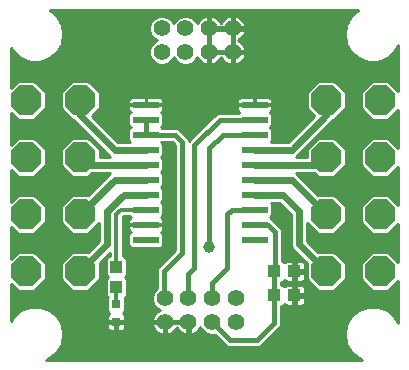
<source format=gtl>
G75*
%MOIN*%
%OFA0B0*%
%FSLAX25Y25*%
%IPPOS*%
%LPD*%
%AMOC8*
5,1,8,0,0,1.08239X$1,22.5*
%
%ADD10R,0.08661X0.02362*%
%ADD11R,0.04331X0.03937*%
%ADD12OC8,0.10000*%
%ADD13R,0.03150X0.03150*%
%ADD14R,0.03937X0.04331*%
%ADD15C,0.05543*%
%ADD16C,0.01000*%
%ADD17C,0.03600*%
%ADD18C,0.01600*%
%ADD19C,0.03962*%
%ADD20C,0.02400*%
%ADD21C,0.01200*%
D10*
X0049140Y0043750D03*
X0049140Y0048750D03*
X0049140Y0053750D03*
X0049140Y0058750D03*
X0049140Y0063750D03*
X0049140Y0068750D03*
X0049140Y0073750D03*
X0049140Y0078750D03*
X0049140Y0083750D03*
X0049140Y0088750D03*
X0085360Y0088750D03*
X0085360Y0083750D03*
X0085360Y0078750D03*
X0085360Y0073750D03*
X0085360Y0068750D03*
X0085360Y0063750D03*
X0085360Y0058750D03*
X0085360Y0053750D03*
X0085360Y0048750D03*
X0085360Y0043750D03*
D11*
X0091904Y0033250D03*
X0098596Y0033250D03*
X0098596Y0025250D03*
X0091904Y0025250D03*
D12*
X0109250Y0033250D03*
X0127250Y0033250D03*
X0127250Y0052250D03*
X0109250Y0052250D03*
X0109250Y0071250D03*
X0127250Y0071250D03*
X0127250Y0090250D03*
X0109250Y0090250D03*
X0027250Y0090250D03*
X0009250Y0090250D03*
X0009250Y0071250D03*
X0027250Y0071250D03*
X0027250Y0052250D03*
X0009250Y0052250D03*
X0009250Y0033250D03*
X0027250Y0033250D03*
D13*
X0039250Y0022203D03*
X0039250Y0016297D03*
D14*
X0039250Y0027904D03*
X0039250Y0034596D03*
D15*
X0055439Y0024187D03*
X0063313Y0024187D03*
X0071187Y0024187D03*
X0071187Y0016313D03*
X0063313Y0016313D03*
X0055439Y0016313D03*
X0079061Y0016313D03*
X0079061Y0024187D03*
X0078061Y0106313D03*
X0070187Y0106313D03*
X0070187Y0114187D03*
X0078061Y0114187D03*
X0062313Y0114187D03*
X0062313Y0106313D03*
X0054439Y0106313D03*
X0054439Y0114187D03*
D16*
X0016921Y0004160D02*
X0015795Y0003750D01*
X0121205Y0003750D01*
X0120079Y0004160D01*
X0120079Y0004160D01*
X0117594Y0006245D01*
X0117594Y0006245D01*
X0115971Y0009055D01*
X0115971Y0009055D01*
X0115408Y0012250D01*
X0115408Y0012250D01*
X0115971Y0015445D01*
X0115971Y0015445D01*
X0117594Y0018255D01*
X0117594Y0018255D01*
X0120079Y0020340D01*
X0120079Y0020340D01*
X0123128Y0021450D01*
X0126372Y0021450D01*
X0129421Y0020340D01*
X0129421Y0020340D01*
X0131906Y0018255D01*
X0131906Y0018255D01*
X0133250Y0015928D01*
X0133250Y0030058D01*
X0129942Y0026750D01*
X0124558Y0026750D01*
X0120750Y0030558D01*
X0120750Y0035942D01*
X0124558Y0039750D01*
X0129942Y0039750D01*
X0133250Y0036442D01*
X0133250Y0049058D01*
X0129942Y0045750D01*
X0124558Y0045750D01*
X0120750Y0049558D01*
X0120750Y0054942D01*
X0124558Y0058750D01*
X0129942Y0058750D01*
X0133250Y0055442D01*
X0133250Y0068058D01*
X0129942Y0064750D01*
X0124558Y0064750D01*
X0120750Y0068558D01*
X0120750Y0073942D01*
X0124558Y0077750D01*
X0129942Y0077750D01*
X0133250Y0074442D01*
X0133250Y0087058D01*
X0129942Y0083750D01*
X0124558Y0083750D01*
X0120750Y0087558D01*
X0120750Y0092942D01*
X0124558Y0096750D01*
X0129942Y0096750D01*
X0133250Y0093442D01*
X0133250Y0108572D01*
X0131906Y0106245D01*
X0131906Y0106245D01*
X0129421Y0104160D01*
X0129421Y0104160D01*
X0126372Y0103050D01*
X0125537Y0103050D01*
X0123128Y0103050D01*
X0120079Y0104160D01*
X0120079Y0104160D01*
X0117594Y0106245D01*
X0117594Y0106245D01*
X0115971Y0109055D01*
X0115971Y0109055D01*
X0115408Y0112250D01*
X0115408Y0112250D01*
X0115971Y0115445D01*
X0115971Y0115445D01*
X0117594Y0118255D01*
X0117594Y0118255D01*
X0119971Y0120250D01*
X0017029Y0120250D01*
X0019406Y0118255D01*
X0019406Y0118255D01*
X0021029Y0115445D01*
X0021029Y0115445D01*
X0021592Y0112250D01*
X0021592Y0112250D01*
X0021029Y0109055D01*
X0021029Y0109055D01*
X0019406Y0106245D01*
X0019406Y0106245D01*
X0016921Y0104160D01*
X0016921Y0104160D01*
X0013872Y0103050D01*
X0010628Y0103050D01*
X0007579Y0104160D01*
X0007579Y0104160D01*
X0005094Y0106245D01*
X0004250Y0107706D01*
X0004250Y0094442D01*
X0006558Y0096750D01*
X0011942Y0096750D01*
X0015750Y0092942D01*
X0015750Y0087558D01*
X0011942Y0083750D01*
X0006558Y0083750D01*
X0004250Y0086058D01*
X0004250Y0075442D01*
X0006558Y0077750D01*
X0011942Y0077750D01*
X0015750Y0073942D01*
X0015750Y0068558D01*
X0011942Y0064750D01*
X0006558Y0064750D01*
X0004250Y0067058D01*
X0004250Y0056442D01*
X0006558Y0058750D01*
X0011942Y0058750D01*
X0015750Y0054942D01*
X0015750Y0049558D01*
X0011942Y0045750D01*
X0006558Y0045750D01*
X0004250Y0048058D01*
X0004250Y0037442D01*
X0006558Y0039750D01*
X0011942Y0039750D01*
X0015750Y0035942D01*
X0015750Y0030558D01*
X0011942Y0026750D01*
X0006558Y0026750D01*
X0004250Y0029058D01*
X0004250Y0016794D01*
X0005094Y0018255D01*
X0005094Y0018255D01*
X0007579Y0020340D01*
X0007579Y0020340D01*
X0010628Y0021450D01*
X0013872Y0021450D01*
X0016921Y0020340D01*
X0016921Y0020340D01*
X0019406Y0018255D01*
X0019406Y0018255D01*
X0021029Y0015445D01*
X0021029Y0015445D01*
X0021592Y0012250D01*
X0021592Y0012250D01*
X0021029Y0009055D01*
X0021029Y0009055D01*
X0019406Y0006245D01*
X0019406Y0006245D01*
X0016921Y0004160D01*
X0016921Y0004160D01*
X0017023Y0004246D02*
X0119977Y0004246D01*
X0118787Y0005244D02*
X0018213Y0005244D01*
X0019403Y0006243D02*
X0117597Y0006243D01*
X0117019Y0007241D02*
X0019981Y0007241D01*
X0019406Y0006245D02*
X0019406Y0006245D01*
X0020558Y0008240D02*
X0076008Y0008240D01*
X0076297Y0007950D02*
X0087203Y0007950D01*
X0088550Y0009297D01*
X0088550Y0009297D01*
X0092856Y0013604D01*
X0092856Y0013604D01*
X0094204Y0014951D01*
X0094204Y0021781D01*
X0094690Y0021781D01*
X0095250Y0022341D01*
X0095510Y0022081D01*
X0095852Y0021884D01*
X0096234Y0021781D01*
X0098112Y0021781D01*
X0098112Y0024766D01*
X0099081Y0024766D01*
X0099081Y0025734D01*
X0102262Y0025734D01*
X0102262Y0027416D01*
X0102160Y0027797D01*
X0101962Y0028140D01*
X0101683Y0028419D01*
X0101341Y0028616D01*
X0100959Y0028718D01*
X0099081Y0028718D01*
X0099081Y0025734D01*
X0098112Y0025734D01*
X0098112Y0028718D01*
X0096234Y0028718D01*
X0095852Y0028616D01*
X0095510Y0028419D01*
X0095250Y0028159D01*
X0094690Y0028718D01*
X0094204Y0028718D01*
X0094204Y0029781D01*
X0094690Y0029781D01*
X0095250Y0030341D01*
X0095510Y0030081D01*
X0095852Y0029884D01*
X0096234Y0029781D01*
X0098112Y0029781D01*
X0098112Y0032766D01*
X0099081Y0032766D01*
X0099081Y0033734D01*
X0102262Y0033734D01*
X0102262Y0035416D01*
X0102160Y0035797D01*
X0101962Y0036140D01*
X0101683Y0036419D01*
X0101341Y0036616D01*
X0100959Y0036718D01*
X0099081Y0036718D01*
X0099081Y0033734D01*
X0098112Y0033734D01*
X0098112Y0036718D01*
X0096234Y0036718D01*
X0095852Y0036616D01*
X0095510Y0036419D01*
X0095250Y0036159D01*
X0094690Y0036718D01*
X0094550Y0036718D01*
X0094550Y0047203D01*
X0093203Y0048550D01*
X0090703Y0051050D01*
X0090693Y0051050D01*
X0090493Y0051250D01*
X0091191Y0051948D01*
X0091191Y0055552D01*
X0090693Y0056050D01*
X0093632Y0056050D01*
X0097550Y0052132D01*
X0097550Y0041713D01*
X0097961Y0040721D01*
X0102750Y0035932D01*
X0102750Y0030558D01*
X0106558Y0026750D01*
X0111942Y0026750D01*
X0115750Y0030558D01*
X0115750Y0035942D01*
X0111942Y0039750D01*
X0106568Y0039750D01*
X0102950Y0043368D01*
X0102950Y0049358D01*
X0106558Y0045750D01*
X0111942Y0045750D01*
X0115750Y0049558D01*
X0115750Y0054942D01*
X0111942Y0058750D01*
X0106568Y0058750D01*
X0099279Y0066039D01*
X0099253Y0066050D01*
X0105258Y0066050D01*
X0106558Y0064750D01*
X0111942Y0064750D01*
X0115750Y0068558D01*
X0115750Y0073942D01*
X0111942Y0077750D01*
X0106558Y0077750D01*
X0102750Y0073942D01*
X0102750Y0071450D01*
X0099253Y0071450D01*
X0099279Y0071461D01*
X0110779Y0082961D01*
X0111539Y0083721D01*
X0111551Y0083750D01*
X0111942Y0083750D01*
X0115750Y0087558D01*
X0115750Y0092942D01*
X0111942Y0096750D01*
X0106558Y0096750D01*
X0102750Y0092942D01*
X0102750Y0087558D01*
X0105245Y0085063D01*
X0096632Y0076450D01*
X0090693Y0076450D01*
X0091191Y0076948D01*
X0091191Y0080552D01*
X0090493Y0081250D01*
X0091191Y0081948D01*
X0091191Y0085552D01*
X0090462Y0086282D01*
X0090612Y0086369D01*
X0090891Y0086648D01*
X0091089Y0086990D01*
X0091191Y0087371D01*
X0091191Y0088659D01*
X0085451Y0088659D01*
X0085451Y0088841D01*
X0085270Y0088841D01*
X0085270Y0091431D01*
X0080832Y0091431D01*
X0080451Y0091329D01*
X0080109Y0091131D01*
X0079829Y0090852D01*
X0079632Y0090510D01*
X0079530Y0090129D01*
X0079530Y0088841D01*
X0085270Y0088841D01*
X0085270Y0088659D01*
X0079530Y0088659D01*
X0079530Y0087371D01*
X0079632Y0086990D01*
X0079829Y0086648D01*
X0080109Y0086369D01*
X0080259Y0086282D01*
X0080027Y0086050D01*
X0072797Y0086050D01*
X0064297Y0077550D01*
X0063550Y0076803D01*
X0063550Y0077203D01*
X0062203Y0078550D01*
X0061050Y0079703D01*
X0059703Y0081050D01*
X0054473Y0081050D01*
X0054273Y0081250D01*
X0054970Y0081948D01*
X0054970Y0085552D01*
X0054241Y0086282D01*
X0054391Y0086369D01*
X0054671Y0086648D01*
X0054868Y0086990D01*
X0054970Y0087371D01*
X0054970Y0088659D01*
X0049230Y0088659D01*
X0049230Y0088841D01*
X0049049Y0088841D01*
X0049049Y0091431D01*
X0044612Y0091431D01*
X0044230Y0091329D01*
X0043888Y0091131D01*
X0043609Y0090852D01*
X0043411Y0090510D01*
X0043309Y0090129D01*
X0043309Y0088841D01*
X0049049Y0088841D01*
X0049049Y0088659D01*
X0043309Y0088659D01*
X0043309Y0087371D01*
X0043411Y0086990D01*
X0043609Y0086648D01*
X0043888Y0086369D01*
X0044038Y0086282D01*
X0043309Y0085552D01*
X0043309Y0081948D01*
X0044007Y0081250D01*
X0043309Y0080552D01*
X0043309Y0076948D01*
X0043807Y0076450D01*
X0039868Y0076450D01*
X0031255Y0085063D01*
X0033750Y0087558D01*
X0033750Y0092942D01*
X0029942Y0096750D01*
X0024558Y0096750D01*
X0020750Y0092942D01*
X0020750Y0087558D01*
X0024558Y0083750D01*
X0024949Y0083750D01*
X0024961Y0083721D01*
X0037221Y0071461D01*
X0037247Y0071450D01*
X0033750Y0071450D01*
X0033750Y0073942D01*
X0029942Y0077750D01*
X0024558Y0077750D01*
X0020750Y0073942D01*
X0020750Y0068558D01*
X0024558Y0064750D01*
X0029942Y0064750D01*
X0031242Y0066050D01*
X0037247Y0066050D01*
X0037221Y0066039D01*
X0029932Y0058750D01*
X0024558Y0058750D01*
X0020750Y0054942D01*
X0020750Y0049558D01*
X0024558Y0045750D01*
X0029942Y0045750D01*
X0033550Y0049358D01*
X0033550Y0043368D01*
X0029932Y0039750D01*
X0024558Y0039750D01*
X0020750Y0035942D01*
X0020750Y0030558D01*
X0024558Y0026750D01*
X0029942Y0026750D01*
X0033750Y0030558D01*
X0033750Y0035932D01*
X0037150Y0039332D01*
X0037150Y0038262D01*
X0036660Y0038262D01*
X0035781Y0037383D01*
X0035781Y0031810D01*
X0036341Y0031250D01*
X0035781Y0030690D01*
X0035781Y0025117D01*
X0036337Y0024561D01*
X0036175Y0024399D01*
X0036175Y0020007D01*
X0036979Y0019202D01*
X0036754Y0019072D01*
X0036475Y0018793D01*
X0036277Y0018451D01*
X0036175Y0018070D01*
X0036175Y0016585D01*
X0038963Y0016585D01*
X0038963Y0016010D01*
X0039537Y0016010D01*
X0039537Y0013222D01*
X0041022Y0013222D01*
X0041404Y0013325D01*
X0041746Y0013522D01*
X0042025Y0013801D01*
X0042223Y0014143D01*
X0042325Y0014525D01*
X0042325Y0016010D01*
X0039537Y0016010D01*
X0039537Y0016585D01*
X0042325Y0016585D01*
X0042325Y0018070D01*
X0042223Y0018451D01*
X0042025Y0018793D01*
X0041746Y0019072D01*
X0041521Y0019202D01*
X0042325Y0020007D01*
X0042325Y0024399D01*
X0042163Y0024561D01*
X0042718Y0025117D01*
X0042718Y0030690D01*
X0042159Y0031250D01*
X0042718Y0031810D01*
X0042718Y0037383D01*
X0041840Y0038262D01*
X0041350Y0038262D01*
X0041350Y0051380D01*
X0041620Y0051650D01*
X0043607Y0051650D01*
X0044038Y0051218D01*
X0043888Y0051131D01*
X0043609Y0050852D01*
X0043411Y0050510D01*
X0043309Y0050129D01*
X0043309Y0048841D01*
X0049049Y0048841D01*
X0049049Y0048659D01*
X0043309Y0048659D01*
X0043309Y0047371D01*
X0043411Y0046990D01*
X0043609Y0046648D01*
X0043888Y0046369D01*
X0044038Y0046282D01*
X0043309Y0045552D01*
X0043309Y0041948D01*
X0044188Y0041069D01*
X0054092Y0041069D01*
X0054970Y0041948D01*
X0054970Y0045552D01*
X0054241Y0046282D01*
X0054391Y0046369D01*
X0054671Y0046648D01*
X0054868Y0046990D01*
X0054970Y0047371D01*
X0054970Y0048659D01*
X0049230Y0048659D01*
X0049230Y0048841D01*
X0054970Y0048841D01*
X0054970Y0050129D01*
X0054868Y0050510D01*
X0054671Y0050852D01*
X0054391Y0051131D01*
X0054241Y0051218D01*
X0054970Y0051948D01*
X0054970Y0055552D01*
X0054273Y0056250D01*
X0054970Y0056948D01*
X0054970Y0060552D01*
X0054273Y0061250D01*
X0054970Y0061948D01*
X0054970Y0065552D01*
X0054273Y0066250D01*
X0054970Y0066948D01*
X0054970Y0070552D01*
X0054273Y0071250D01*
X0054970Y0071948D01*
X0054970Y0075552D01*
X0054273Y0076250D01*
X0054473Y0076450D01*
X0057797Y0076450D01*
X0058950Y0075297D01*
X0058950Y0040203D01*
X0054297Y0035550D01*
X0052950Y0034203D01*
X0052950Y0027739D01*
X0051818Y0026607D01*
X0051167Y0025037D01*
X0051167Y0023337D01*
X0051818Y0021767D01*
X0053019Y0020566D01*
X0053768Y0020256D01*
X0053200Y0019966D01*
X0052656Y0019571D01*
X0052181Y0019096D01*
X0051786Y0018552D01*
X0051480Y0017953D01*
X0051273Y0017313D01*
X0051175Y0016699D01*
X0055053Y0016699D01*
X0055053Y0015927D01*
X0055825Y0015927D01*
X0055825Y0016699D01*
X0062927Y0016699D01*
X0062927Y0015927D01*
X0063699Y0015927D01*
X0063699Y0012049D01*
X0064313Y0012147D01*
X0064953Y0012354D01*
X0065552Y0012660D01*
X0066096Y0013055D01*
X0066571Y0013530D01*
X0066966Y0014074D01*
X0067256Y0014642D01*
X0067566Y0013893D01*
X0068767Y0012692D01*
X0070337Y0012041D01*
X0072037Y0012041D01*
X0072156Y0012091D01*
X0076297Y0007950D01*
X0075009Y0009238D02*
X0021061Y0009238D01*
X0021237Y0010237D02*
X0074011Y0010237D01*
X0073012Y0011235D02*
X0021413Y0011235D01*
X0021589Y0012234D02*
X0054171Y0012234D01*
X0054439Y0012147D02*
X0055053Y0012049D01*
X0055053Y0015927D01*
X0051175Y0015927D01*
X0051273Y0015313D01*
X0051480Y0014673D01*
X0051786Y0014074D01*
X0052181Y0013530D01*
X0052656Y0013055D01*
X0053200Y0012660D01*
X0053799Y0012354D01*
X0054439Y0012147D01*
X0055053Y0012234D02*
X0055825Y0012234D01*
X0055825Y0012049D02*
X0056439Y0012147D01*
X0057079Y0012354D01*
X0057678Y0012660D01*
X0058222Y0013055D01*
X0058697Y0013530D01*
X0059092Y0014074D01*
X0059376Y0014631D01*
X0059660Y0014074D01*
X0060055Y0013530D01*
X0060530Y0013055D01*
X0061074Y0012660D01*
X0061673Y0012354D01*
X0062313Y0012147D01*
X0062927Y0012049D01*
X0062927Y0015927D01*
X0059049Y0015927D01*
X0055825Y0015927D01*
X0055825Y0012049D01*
X0056707Y0012234D02*
X0062045Y0012234D01*
X0062927Y0012234D02*
X0063699Y0012234D01*
X0064581Y0012234D02*
X0069873Y0012234D01*
X0068227Y0013232D02*
X0066273Y0013232D01*
X0067046Y0014231D02*
X0067426Y0014231D01*
X0063699Y0014231D02*
X0062927Y0014231D01*
X0062927Y0015229D02*
X0063699Y0015229D01*
X0062927Y0016228D02*
X0055825Y0016228D01*
X0055053Y0016228D02*
X0039537Y0016228D01*
X0038963Y0016228D02*
X0020577Y0016228D01*
X0021067Y0015229D02*
X0036175Y0015229D01*
X0036175Y0014525D02*
X0036277Y0014143D01*
X0036475Y0013801D01*
X0036754Y0013522D01*
X0037096Y0013325D01*
X0037478Y0013222D01*
X0038963Y0013222D01*
X0038963Y0016010D01*
X0036175Y0016010D01*
X0036175Y0014525D01*
X0036254Y0014231D02*
X0021243Y0014231D01*
X0021419Y0013232D02*
X0037442Y0013232D01*
X0038963Y0013232D02*
X0039537Y0013232D01*
X0039537Y0014231D02*
X0038963Y0014231D01*
X0038963Y0015229D02*
X0039537Y0015229D01*
X0041058Y0013232D02*
X0052479Y0013232D01*
X0051706Y0014231D02*
X0042246Y0014231D01*
X0042325Y0015229D02*
X0051300Y0015229D01*
X0051259Y0017226D02*
X0042325Y0017226D01*
X0042283Y0018225D02*
X0051619Y0018225D01*
X0052308Y0019223D02*
X0041541Y0019223D01*
X0042325Y0020222D02*
X0053701Y0020222D01*
X0052365Y0021220D02*
X0042325Y0021220D01*
X0042325Y0022219D02*
X0051631Y0022219D01*
X0051217Y0023217D02*
X0042325Y0023217D01*
X0042325Y0024216D02*
X0051167Y0024216D01*
X0051241Y0025214D02*
X0042718Y0025214D01*
X0042718Y0026213D02*
X0051654Y0026213D01*
X0052422Y0027211D02*
X0042718Y0027211D01*
X0042718Y0028210D02*
X0052950Y0028210D01*
X0052950Y0029208D02*
X0042718Y0029208D01*
X0042718Y0030207D02*
X0052950Y0030207D01*
X0052950Y0031205D02*
X0042203Y0031205D01*
X0042718Y0032204D02*
X0052950Y0032204D01*
X0052950Y0033202D02*
X0042718Y0033202D01*
X0042718Y0034201D02*
X0052950Y0034201D01*
X0053947Y0035199D02*
X0042718Y0035199D01*
X0042718Y0036198D02*
X0054945Y0036198D01*
X0055944Y0037196D02*
X0042718Y0037196D01*
X0041907Y0038195D02*
X0056942Y0038195D01*
X0057941Y0039193D02*
X0041350Y0039193D01*
X0041350Y0040192D02*
X0058939Y0040192D01*
X0058950Y0041190D02*
X0054213Y0041190D01*
X0054970Y0042189D02*
X0058950Y0042189D01*
X0058950Y0043187D02*
X0054970Y0043187D01*
X0054970Y0044186D02*
X0058950Y0044186D01*
X0058950Y0045184D02*
X0054970Y0045184D01*
X0054340Y0046183D02*
X0058950Y0046183D01*
X0058950Y0047182D02*
X0054920Y0047182D01*
X0054970Y0048180D02*
X0058950Y0048180D01*
X0058950Y0049179D02*
X0054970Y0049179D01*
X0054957Y0050177D02*
X0058950Y0050177D01*
X0058950Y0051176D02*
X0054315Y0051176D01*
X0054970Y0052174D02*
X0058950Y0052174D01*
X0058950Y0053173D02*
X0054970Y0053173D01*
X0054970Y0054171D02*
X0058950Y0054171D01*
X0058950Y0055170D02*
X0054970Y0055170D01*
X0054355Y0056168D02*
X0058950Y0056168D01*
X0058950Y0057167D02*
X0054970Y0057167D01*
X0054970Y0058165D02*
X0058950Y0058165D01*
X0058950Y0059164D02*
X0054970Y0059164D01*
X0054970Y0060162D02*
X0058950Y0060162D01*
X0058950Y0061161D02*
X0054362Y0061161D01*
X0054970Y0062159D02*
X0058950Y0062159D01*
X0058950Y0063158D02*
X0054970Y0063158D01*
X0054970Y0064156D02*
X0058950Y0064156D01*
X0058950Y0065155D02*
X0054970Y0065155D01*
X0054370Y0066153D02*
X0058950Y0066153D01*
X0058950Y0067152D02*
X0054970Y0067152D01*
X0054970Y0068150D02*
X0058950Y0068150D01*
X0058950Y0069149D02*
X0054970Y0069149D01*
X0054970Y0070147D02*
X0058950Y0070147D01*
X0058950Y0071146D02*
X0054377Y0071146D01*
X0054970Y0072144D02*
X0058950Y0072144D01*
X0058950Y0073143D02*
X0054970Y0073143D01*
X0054970Y0074141D02*
X0058950Y0074141D01*
X0058950Y0075140D02*
X0054970Y0075140D01*
X0054385Y0076138D02*
X0058109Y0076138D01*
X0061619Y0079134D02*
X0065881Y0079134D01*
X0064883Y0078135D02*
X0062617Y0078135D01*
X0063550Y0077137D02*
X0063884Y0077137D01*
X0066880Y0080132D02*
X0060620Y0080132D01*
X0054970Y0082129D02*
X0068877Y0082129D01*
X0067878Y0081131D02*
X0054392Y0081131D01*
X0054970Y0083128D02*
X0069875Y0083128D01*
X0070874Y0084126D02*
X0054970Y0084126D01*
X0054970Y0085125D02*
X0071872Y0085125D01*
X0079596Y0087122D02*
X0054904Y0087122D01*
X0054970Y0088120D02*
X0079530Y0088120D01*
X0079530Y0089119D02*
X0054970Y0089119D01*
X0054970Y0088841D02*
X0054970Y0090129D01*
X0054868Y0090510D01*
X0054671Y0090852D01*
X0054391Y0091131D01*
X0054049Y0091329D01*
X0053668Y0091431D01*
X0049230Y0091431D01*
X0049230Y0088841D01*
X0054970Y0088841D01*
X0054970Y0090118D02*
X0079530Y0090118D01*
X0080093Y0091116D02*
X0054407Y0091116D01*
X0054399Y0086123D02*
X0080101Y0086123D01*
X0085270Y0089119D02*
X0085451Y0089119D01*
X0085451Y0088841D02*
X0085451Y0091431D01*
X0089888Y0091431D01*
X0090270Y0091329D01*
X0090612Y0091131D01*
X0090891Y0090852D01*
X0091089Y0090510D01*
X0091191Y0090129D01*
X0091191Y0088841D01*
X0085451Y0088841D01*
X0085451Y0090118D02*
X0085270Y0090118D01*
X0085270Y0091116D02*
X0085451Y0091116D01*
X0090627Y0091116D02*
X0102750Y0091116D01*
X0102750Y0090118D02*
X0091191Y0090118D01*
X0091191Y0089119D02*
X0102750Y0089119D01*
X0102750Y0088120D02*
X0091191Y0088120D01*
X0091124Y0087122D02*
X0103186Y0087122D01*
X0104184Y0086123D02*
X0090620Y0086123D01*
X0091191Y0085125D02*
X0105183Y0085125D01*
X0104308Y0084126D02*
X0091191Y0084126D01*
X0091191Y0083128D02*
X0103310Y0083128D01*
X0102311Y0082129D02*
X0091191Y0082129D01*
X0090612Y0081131D02*
X0101313Y0081131D01*
X0100314Y0080132D02*
X0091191Y0080132D01*
X0091191Y0079134D02*
X0099316Y0079134D01*
X0098317Y0078135D02*
X0091191Y0078135D01*
X0091191Y0077137D02*
X0097319Y0077137D01*
X0100961Y0073143D02*
X0102750Y0073143D01*
X0102750Y0072144D02*
X0099963Y0072144D01*
X0101960Y0074141D02*
X0102949Y0074141D01*
X0102958Y0075140D02*
X0103947Y0075140D01*
X0103957Y0076138D02*
X0104946Y0076138D01*
X0104955Y0077137D02*
X0105944Y0077137D01*
X0105954Y0078135D02*
X0133250Y0078135D01*
X0133250Y0077137D02*
X0130555Y0077137D01*
X0131554Y0076138D02*
X0133250Y0076138D01*
X0133250Y0075140D02*
X0132553Y0075140D01*
X0133250Y0079134D02*
X0106952Y0079134D01*
X0107951Y0080132D02*
X0133250Y0080132D01*
X0133250Y0081131D02*
X0108949Y0081131D01*
X0109948Y0082129D02*
X0133250Y0082129D01*
X0133250Y0083128D02*
X0110946Y0083128D01*
X0112319Y0084126D02*
X0124181Y0084126D01*
X0123183Y0085125D02*
X0113317Y0085125D01*
X0114316Y0086123D02*
X0122184Y0086123D01*
X0121186Y0087122D02*
X0115314Y0087122D01*
X0115750Y0088120D02*
X0120750Y0088120D01*
X0120750Y0089119D02*
X0115750Y0089119D01*
X0115750Y0090118D02*
X0120750Y0090118D01*
X0120750Y0091116D02*
X0115750Y0091116D01*
X0115750Y0092115D02*
X0120750Y0092115D01*
X0120921Y0093113D02*
X0115579Y0093113D01*
X0114581Y0094112D02*
X0121919Y0094112D01*
X0122918Y0095110D02*
X0113582Y0095110D01*
X0112584Y0096109D02*
X0123916Y0096109D01*
X0130584Y0096109D02*
X0133250Y0096109D01*
X0133250Y0097107D02*
X0004250Y0097107D01*
X0004250Y0096109D02*
X0005916Y0096109D01*
X0004918Y0095110D02*
X0004250Y0095110D01*
X0004250Y0098106D02*
X0133250Y0098106D01*
X0133250Y0099104D02*
X0004250Y0099104D01*
X0004250Y0100103D02*
X0133250Y0100103D01*
X0133250Y0101101D02*
X0004250Y0101101D01*
X0004250Y0102100D02*
X0053449Y0102100D01*
X0053589Y0102041D02*
X0055289Y0102041D01*
X0056859Y0102692D01*
X0058060Y0103893D01*
X0058376Y0104655D01*
X0058692Y0103893D01*
X0059893Y0102692D01*
X0061463Y0102041D01*
X0063163Y0102041D01*
X0064733Y0102692D01*
X0065934Y0103893D01*
X0066244Y0104642D01*
X0066534Y0104074D01*
X0066929Y0103530D01*
X0067404Y0103055D01*
X0067948Y0102660D01*
X0068547Y0102354D01*
X0069187Y0102147D01*
X0069801Y0102049D01*
X0069801Y0105927D01*
X0070573Y0105927D01*
X0070573Y0106699D01*
X0069801Y0106699D01*
X0069801Y0113801D01*
X0070573Y0113801D01*
X0070573Y0114573D01*
X0069801Y0114573D01*
X0069801Y0118451D01*
X0069187Y0118353D01*
X0068547Y0118146D01*
X0067948Y0117840D01*
X0067404Y0117445D01*
X0066929Y0116970D01*
X0066534Y0116426D01*
X0066244Y0115858D01*
X0065934Y0116607D01*
X0064733Y0117808D01*
X0063163Y0118459D01*
X0061463Y0118459D01*
X0059893Y0117808D01*
X0058692Y0116607D01*
X0058376Y0115845D01*
X0058060Y0116607D01*
X0056859Y0117808D01*
X0055289Y0118459D01*
X0053589Y0118459D01*
X0052019Y0117808D01*
X0050818Y0116607D01*
X0050167Y0115037D01*
X0050167Y0113337D01*
X0050818Y0111767D01*
X0052019Y0110566D01*
X0052781Y0110250D01*
X0052019Y0109934D01*
X0050818Y0108733D01*
X0050167Y0107163D01*
X0050167Y0105463D01*
X0050818Y0103893D01*
X0052019Y0102692D01*
X0053589Y0102041D01*
X0055429Y0102100D02*
X0061323Y0102100D01*
X0059487Y0103098D02*
X0057265Y0103098D01*
X0058145Y0104097D02*
X0058607Y0104097D01*
X0063303Y0102100D02*
X0069483Y0102100D01*
X0069801Y0102100D02*
X0070573Y0102100D01*
X0070573Y0102049D02*
X0071187Y0102147D01*
X0071827Y0102354D01*
X0072426Y0102660D01*
X0072970Y0103055D01*
X0073445Y0103530D01*
X0073840Y0104074D01*
X0074124Y0104631D01*
X0074408Y0104074D01*
X0074803Y0103530D01*
X0075278Y0103055D01*
X0075822Y0102660D01*
X0076421Y0102354D01*
X0077061Y0102147D01*
X0077675Y0102049D01*
X0077675Y0105927D01*
X0074451Y0105927D01*
X0070573Y0105927D01*
X0070573Y0102049D01*
X0070891Y0102100D02*
X0077357Y0102100D01*
X0077675Y0102100D02*
X0078447Y0102100D01*
X0078447Y0102049D02*
X0079061Y0102147D01*
X0079701Y0102354D01*
X0080300Y0102660D01*
X0080844Y0103055D01*
X0081319Y0103530D01*
X0081714Y0104074D01*
X0082020Y0104673D01*
X0082227Y0105313D01*
X0082325Y0105927D01*
X0078447Y0105927D01*
X0078447Y0106699D01*
X0077675Y0106699D01*
X0077675Y0113801D01*
X0073797Y0113801D01*
X0070573Y0113801D01*
X0070573Y0110577D01*
X0070573Y0106699D01*
X0077675Y0106699D01*
X0077675Y0105927D01*
X0078447Y0105927D01*
X0078447Y0102049D01*
X0078765Y0102100D02*
X0133250Y0102100D01*
X0133250Y0103098D02*
X0126505Y0103098D01*
X0126372Y0103050D02*
X0126372Y0103050D01*
X0129248Y0104097D02*
X0133250Y0104097D01*
X0133250Y0105095D02*
X0130536Y0105095D01*
X0131726Y0106094D02*
X0133250Y0106094D01*
X0133250Y0107092D02*
X0132395Y0107092D01*
X0131906Y0106245D02*
X0131906Y0106245D01*
X0132972Y0108091D02*
X0133250Y0108091D01*
X0122995Y0103098D02*
X0080887Y0103098D01*
X0081726Y0104097D02*
X0120252Y0104097D01*
X0118964Y0105095D02*
X0082157Y0105095D01*
X0082325Y0106699D02*
X0082227Y0107313D01*
X0082020Y0107953D01*
X0081714Y0108552D01*
X0081319Y0109096D01*
X0080844Y0109571D01*
X0080300Y0109966D01*
X0079743Y0110250D01*
X0080300Y0110534D01*
X0080844Y0110929D01*
X0081319Y0111404D01*
X0081714Y0111948D01*
X0082020Y0112547D01*
X0082227Y0113187D01*
X0082325Y0113801D01*
X0078447Y0113801D01*
X0078447Y0114573D01*
X0077675Y0114573D01*
X0077675Y0118451D01*
X0077061Y0118353D01*
X0076421Y0118146D01*
X0075822Y0117840D01*
X0075278Y0117445D01*
X0074803Y0116970D01*
X0074408Y0116426D01*
X0074124Y0115869D01*
X0073840Y0116426D01*
X0073445Y0116970D01*
X0072970Y0117445D01*
X0072426Y0117840D01*
X0071827Y0118146D01*
X0071187Y0118353D01*
X0070573Y0118451D01*
X0070573Y0114573D01*
X0077675Y0114573D01*
X0077675Y0113801D01*
X0078447Y0113801D01*
X0078447Y0109923D01*
X0078447Y0106699D01*
X0082325Y0106699D01*
X0082263Y0107092D02*
X0117105Y0107092D01*
X0116528Y0108091D02*
X0081949Y0108091D01*
X0081324Y0109089D02*
X0115965Y0109089D01*
X0115789Y0110088D02*
X0080062Y0110088D01*
X0081001Y0111086D02*
X0115613Y0111086D01*
X0115437Y0112085D02*
X0081784Y0112085D01*
X0082194Y0113083D02*
X0115555Y0113083D01*
X0115731Y0114082D02*
X0078447Y0114082D01*
X0078447Y0114573D02*
X0082325Y0114573D01*
X0082227Y0115187D01*
X0082020Y0115827D01*
X0081714Y0116426D01*
X0081319Y0116970D01*
X0080844Y0117445D01*
X0080300Y0117840D01*
X0079701Y0118146D01*
X0079061Y0118353D01*
X0078447Y0118451D01*
X0078447Y0114573D01*
X0078447Y0115080D02*
X0077675Y0115080D01*
X0077675Y0114082D02*
X0070573Y0114082D01*
X0070573Y0115080D02*
X0069801Y0115080D01*
X0069801Y0116079D02*
X0070573Y0116079D01*
X0070573Y0117077D02*
X0069801Y0117077D01*
X0069801Y0118076D02*
X0070573Y0118076D01*
X0071964Y0118076D02*
X0076284Y0118076D01*
X0077675Y0118076D02*
X0078447Y0118076D01*
X0078447Y0117077D02*
X0077675Y0117077D01*
X0077675Y0116079D02*
X0078447Y0116079D01*
X0079838Y0118076D02*
X0117490Y0118076D01*
X0117594Y0118255D02*
X0117594Y0118255D01*
X0118570Y0119074D02*
X0018430Y0119074D01*
X0019510Y0118076D02*
X0052665Y0118076D01*
X0051288Y0117077D02*
X0020086Y0117077D01*
X0020663Y0116079D02*
X0050599Y0116079D01*
X0050185Y0115080D02*
X0021093Y0115080D01*
X0021269Y0114082D02*
X0050167Y0114082D01*
X0050273Y0113083D02*
X0021445Y0113083D01*
X0021563Y0112085D02*
X0050686Y0112085D01*
X0051499Y0111086D02*
X0021387Y0111086D01*
X0021211Y0110088D02*
X0052390Y0110088D01*
X0051174Y0109089D02*
X0021035Y0109089D01*
X0020472Y0108091D02*
X0050552Y0108091D01*
X0050167Y0107092D02*
X0019895Y0107092D01*
X0019406Y0106245D02*
X0019406Y0106245D01*
X0019226Y0106094D02*
X0050167Y0106094D01*
X0050320Y0105095D02*
X0018036Y0105095D01*
X0016748Y0104097D02*
X0050733Y0104097D01*
X0051613Y0103098D02*
X0014005Y0103098D01*
X0010495Y0103098D02*
X0004250Y0103098D01*
X0004250Y0104097D02*
X0007752Y0104097D01*
X0006464Y0105095D02*
X0004250Y0105095D01*
X0004250Y0106094D02*
X0005274Y0106094D01*
X0004605Y0107092D02*
X0004250Y0107092D01*
X0012584Y0096109D02*
X0023916Y0096109D01*
X0022918Y0095110D02*
X0013582Y0095110D01*
X0014581Y0094112D02*
X0021919Y0094112D01*
X0020921Y0093113D02*
X0015579Y0093113D01*
X0015750Y0092115D02*
X0020750Y0092115D01*
X0020750Y0091116D02*
X0015750Y0091116D01*
X0015750Y0090118D02*
X0020750Y0090118D01*
X0020750Y0089119D02*
X0015750Y0089119D01*
X0015750Y0088120D02*
X0020750Y0088120D01*
X0021186Y0087122D02*
X0015314Y0087122D01*
X0014316Y0086123D02*
X0022184Y0086123D01*
X0023183Y0085125D02*
X0013317Y0085125D01*
X0012319Y0084126D02*
X0024181Y0084126D01*
X0025554Y0083128D02*
X0004250Y0083128D01*
X0004250Y0084126D02*
X0006181Y0084126D01*
X0005183Y0085125D02*
X0004250Y0085125D01*
X0004250Y0082129D02*
X0026552Y0082129D01*
X0027551Y0081131D02*
X0004250Y0081131D01*
X0004250Y0080132D02*
X0028549Y0080132D01*
X0029548Y0079134D02*
X0004250Y0079134D01*
X0004250Y0078135D02*
X0030546Y0078135D01*
X0030555Y0077137D02*
X0031545Y0077137D01*
X0031554Y0076138D02*
X0032543Y0076138D01*
X0032553Y0075140D02*
X0033542Y0075140D01*
X0033551Y0074141D02*
X0034540Y0074141D01*
X0033750Y0073143D02*
X0035539Y0073143D01*
X0036537Y0072144D02*
X0033750Y0072144D01*
X0039181Y0077137D02*
X0043309Y0077137D01*
X0043309Y0078135D02*
X0038183Y0078135D01*
X0037184Y0079134D02*
X0043309Y0079134D01*
X0043309Y0080132D02*
X0036186Y0080132D01*
X0035187Y0081131D02*
X0043888Y0081131D01*
X0043309Y0082129D02*
X0034189Y0082129D01*
X0033190Y0083128D02*
X0043309Y0083128D01*
X0043309Y0084126D02*
X0032192Y0084126D01*
X0031317Y0085125D02*
X0043309Y0085125D01*
X0043880Y0086123D02*
X0032316Y0086123D01*
X0033314Y0087122D02*
X0043376Y0087122D01*
X0043309Y0088120D02*
X0033750Y0088120D01*
X0033750Y0089119D02*
X0043309Y0089119D01*
X0043309Y0090118D02*
X0033750Y0090118D01*
X0033750Y0091116D02*
X0043873Y0091116D01*
X0049049Y0091116D02*
X0049230Y0091116D01*
X0049230Y0090118D02*
X0049049Y0090118D01*
X0049049Y0089119D02*
X0049230Y0089119D01*
X0033750Y0092115D02*
X0102750Y0092115D01*
X0102921Y0093113D02*
X0033579Y0093113D01*
X0032581Y0094112D02*
X0103919Y0094112D01*
X0104918Y0095110D02*
X0031582Y0095110D01*
X0030584Y0096109D02*
X0105916Y0096109D01*
X0117774Y0106094D02*
X0078447Y0106094D01*
X0077675Y0106094D02*
X0070573Y0106094D01*
X0070573Y0107092D02*
X0069801Y0107092D01*
X0069801Y0108091D02*
X0070573Y0108091D01*
X0070573Y0109089D02*
X0069801Y0109089D01*
X0069801Y0110088D02*
X0070573Y0110088D01*
X0070573Y0111086D02*
X0069801Y0111086D01*
X0069801Y0112085D02*
X0070573Y0112085D01*
X0070573Y0113083D02*
X0069801Y0113083D01*
X0066357Y0116079D02*
X0066153Y0116079D01*
X0065464Y0117077D02*
X0067036Y0117077D01*
X0068410Y0118076D02*
X0064087Y0118076D01*
X0060539Y0118076D02*
X0056213Y0118076D01*
X0057590Y0117077D02*
X0059162Y0117077D01*
X0058473Y0116079D02*
X0058279Y0116079D01*
X0069801Y0105095D02*
X0070573Y0105095D01*
X0070573Y0104097D02*
X0069801Y0104097D01*
X0069801Y0103098D02*
X0070573Y0103098D01*
X0073013Y0103098D02*
X0075235Y0103098D01*
X0074396Y0104097D02*
X0073852Y0104097D01*
X0077675Y0104097D02*
X0078447Y0104097D01*
X0078447Y0105095D02*
X0077675Y0105095D01*
X0077675Y0107092D02*
X0078447Y0107092D01*
X0078447Y0108091D02*
X0077675Y0108091D01*
X0077675Y0109089D02*
X0078447Y0109089D01*
X0078447Y0110088D02*
X0077675Y0110088D01*
X0077675Y0111086D02*
X0078447Y0111086D01*
X0078447Y0112085D02*
X0077675Y0112085D01*
X0077675Y0113083D02*
X0078447Y0113083D01*
X0081891Y0116079D02*
X0116337Y0116079D01*
X0115907Y0115080D02*
X0082244Y0115080D01*
X0081212Y0117077D02*
X0116914Y0117077D01*
X0119760Y0120073D02*
X0017240Y0120073D01*
X0012555Y0077137D02*
X0023944Y0077137D01*
X0022946Y0076138D02*
X0013554Y0076138D01*
X0014553Y0075140D02*
X0021947Y0075140D01*
X0020949Y0074141D02*
X0015551Y0074141D01*
X0015750Y0073143D02*
X0020750Y0073143D01*
X0020750Y0072144D02*
X0015750Y0072144D01*
X0015750Y0071146D02*
X0020750Y0071146D01*
X0020750Y0070147D02*
X0015750Y0070147D01*
X0015750Y0069149D02*
X0020750Y0069149D01*
X0021157Y0068150D02*
X0015343Y0068150D01*
X0014344Y0067152D02*
X0022156Y0067152D01*
X0023154Y0066153D02*
X0013346Y0066153D01*
X0012347Y0065155D02*
X0024153Y0065155D01*
X0030347Y0065155D02*
X0036336Y0065155D01*
X0035338Y0064156D02*
X0004250Y0064156D01*
X0004250Y0063158D02*
X0034339Y0063158D01*
X0033341Y0062159D02*
X0004250Y0062159D01*
X0004250Y0061161D02*
X0032342Y0061161D01*
X0031344Y0060162D02*
X0004250Y0060162D01*
X0004250Y0059164D02*
X0030345Y0059164D01*
X0023973Y0058165D02*
X0012527Y0058165D01*
X0013526Y0057167D02*
X0022974Y0057167D01*
X0021976Y0056168D02*
X0014524Y0056168D01*
X0015523Y0055170D02*
X0020977Y0055170D01*
X0020750Y0054171D02*
X0015750Y0054171D01*
X0015750Y0053173D02*
X0020750Y0053173D01*
X0020750Y0052174D02*
X0015750Y0052174D01*
X0015750Y0051176D02*
X0020750Y0051176D01*
X0020750Y0050177D02*
X0015750Y0050177D01*
X0015371Y0049179D02*
X0021129Y0049179D01*
X0022128Y0048180D02*
X0014372Y0048180D01*
X0013374Y0047182D02*
X0023126Y0047182D01*
X0024125Y0046183D02*
X0012375Y0046183D01*
X0006125Y0046183D02*
X0004250Y0046183D01*
X0004250Y0045184D02*
X0033550Y0045184D01*
X0033550Y0044186D02*
X0004250Y0044186D01*
X0004250Y0043187D02*
X0033369Y0043187D01*
X0032371Y0042189D02*
X0004250Y0042189D01*
X0004250Y0041190D02*
X0031372Y0041190D01*
X0030374Y0040192D02*
X0004250Y0040192D01*
X0004250Y0039193D02*
X0006001Y0039193D01*
X0005003Y0038195D02*
X0004250Y0038195D01*
X0012499Y0039193D02*
X0024001Y0039193D01*
X0023003Y0038195D02*
X0013497Y0038195D01*
X0014496Y0037196D02*
X0022004Y0037196D01*
X0021006Y0036198D02*
X0015494Y0036198D01*
X0015750Y0035199D02*
X0020750Y0035199D01*
X0020750Y0034201D02*
X0015750Y0034201D01*
X0015750Y0033202D02*
X0020750Y0033202D01*
X0020750Y0032204D02*
X0015750Y0032204D01*
X0015750Y0031205D02*
X0020750Y0031205D01*
X0021101Y0030207D02*
X0015399Y0030207D01*
X0014401Y0029208D02*
X0022099Y0029208D01*
X0023098Y0028210D02*
X0013402Y0028210D01*
X0012404Y0027211D02*
X0024096Y0027211D01*
X0030404Y0027211D02*
X0035781Y0027211D01*
X0035781Y0026213D02*
X0004250Y0026213D01*
X0004250Y0027211D02*
X0006096Y0027211D01*
X0005098Y0028210D02*
X0004250Y0028210D01*
X0004250Y0025214D02*
X0035781Y0025214D01*
X0036175Y0024216D02*
X0004250Y0024216D01*
X0004250Y0023217D02*
X0036175Y0023217D01*
X0036175Y0022219D02*
X0004250Y0022219D01*
X0004250Y0021220D02*
X0009997Y0021220D01*
X0007438Y0020222D02*
X0004250Y0020222D01*
X0004250Y0019223D02*
X0006248Y0019223D01*
X0005094Y0018255D02*
X0005094Y0018255D01*
X0005076Y0018225D02*
X0004250Y0018225D01*
X0004250Y0017226D02*
X0004500Y0017226D01*
X0014503Y0021220D02*
X0036175Y0021220D01*
X0036175Y0020222D02*
X0017062Y0020222D01*
X0018252Y0019223D02*
X0036959Y0019223D01*
X0036217Y0018225D02*
X0019424Y0018225D01*
X0020000Y0017226D02*
X0036175Y0017226D01*
X0035781Y0028210D02*
X0031402Y0028210D01*
X0032401Y0029208D02*
X0035781Y0029208D01*
X0035781Y0030207D02*
X0033399Y0030207D01*
X0033750Y0031205D02*
X0036297Y0031205D01*
X0035781Y0032204D02*
X0033750Y0032204D01*
X0033750Y0033202D02*
X0035781Y0033202D01*
X0035781Y0034201D02*
X0033750Y0034201D01*
X0033750Y0035199D02*
X0035781Y0035199D01*
X0035781Y0036198D02*
X0034016Y0036198D01*
X0035015Y0037196D02*
X0035781Y0037196D01*
X0036013Y0038195D02*
X0036593Y0038195D01*
X0037012Y0039193D02*
X0037150Y0039193D01*
X0041350Y0041190D02*
X0044066Y0041190D01*
X0043309Y0042189D02*
X0041350Y0042189D01*
X0041350Y0043187D02*
X0043309Y0043187D01*
X0043309Y0044186D02*
X0041350Y0044186D01*
X0041350Y0045184D02*
X0043309Y0045184D01*
X0043940Y0046183D02*
X0041350Y0046183D01*
X0041350Y0047182D02*
X0043360Y0047182D01*
X0043309Y0048180D02*
X0041350Y0048180D01*
X0041350Y0049179D02*
X0043309Y0049179D01*
X0043322Y0050177D02*
X0041350Y0050177D01*
X0041350Y0051176D02*
X0043965Y0051176D01*
X0033550Y0049179D02*
X0033371Y0049179D01*
X0033550Y0048180D02*
X0032372Y0048180D01*
X0031374Y0047182D02*
X0033550Y0047182D01*
X0033550Y0046183D02*
X0030375Y0046183D01*
X0005973Y0058165D02*
X0004250Y0058165D01*
X0004250Y0057167D02*
X0004974Y0057167D01*
X0004250Y0065155D02*
X0006153Y0065155D01*
X0005154Y0066153D02*
X0004250Y0066153D01*
X0004250Y0076138D02*
X0004946Y0076138D01*
X0004250Y0077137D02*
X0005945Y0077137D01*
X0005126Y0047182D02*
X0004250Y0047182D01*
X0055053Y0015229D02*
X0055825Y0015229D01*
X0055825Y0014231D02*
X0055053Y0014231D01*
X0055053Y0013232D02*
X0055825Y0013232D01*
X0058399Y0013232D02*
X0060353Y0013232D01*
X0059580Y0014231D02*
X0059172Y0014231D01*
X0062927Y0013232D02*
X0063699Y0013232D01*
X0087492Y0008240D02*
X0116442Y0008240D01*
X0115939Y0009238D02*
X0088491Y0009238D01*
X0089489Y0010237D02*
X0115763Y0010237D01*
X0115587Y0011235D02*
X0090488Y0011235D01*
X0091486Y0012234D02*
X0115411Y0012234D01*
X0115581Y0013232D02*
X0092485Y0013232D01*
X0093483Y0014231D02*
X0115757Y0014231D01*
X0115933Y0015229D02*
X0094204Y0015229D01*
X0094204Y0016228D02*
X0116423Y0016228D01*
X0117000Y0017226D02*
X0094204Y0017226D01*
X0094204Y0018225D02*
X0117576Y0018225D01*
X0117594Y0018255D02*
X0117594Y0018255D01*
X0118748Y0019223D02*
X0094204Y0019223D01*
X0094204Y0020222D02*
X0119938Y0020222D01*
X0122497Y0021220D02*
X0094204Y0021220D01*
X0095127Y0022219D02*
X0095373Y0022219D01*
X0098112Y0022219D02*
X0099081Y0022219D01*
X0099081Y0021781D02*
X0100959Y0021781D01*
X0101341Y0021884D01*
X0101683Y0022081D01*
X0101962Y0022360D01*
X0102160Y0022703D01*
X0102262Y0023084D01*
X0102262Y0024766D01*
X0099081Y0024766D01*
X0099081Y0021781D01*
X0099081Y0023217D02*
X0098112Y0023217D01*
X0098112Y0024216D02*
X0099081Y0024216D01*
X0099081Y0025214D02*
X0133250Y0025214D01*
X0133250Y0024216D02*
X0102262Y0024216D01*
X0102262Y0023217D02*
X0133250Y0023217D01*
X0133250Y0022219D02*
X0101820Y0022219D01*
X0102262Y0026213D02*
X0133250Y0026213D01*
X0133250Y0027211D02*
X0130404Y0027211D01*
X0131402Y0028210D02*
X0133250Y0028210D01*
X0133250Y0029208D02*
X0132401Y0029208D01*
X0133250Y0021220D02*
X0127003Y0021220D01*
X0129562Y0020222D02*
X0133250Y0020222D01*
X0133250Y0019223D02*
X0130752Y0019223D01*
X0131924Y0018225D02*
X0133250Y0018225D01*
X0133250Y0017226D02*
X0132500Y0017226D01*
X0133077Y0016228D02*
X0133250Y0016228D01*
X0124096Y0027211D02*
X0112404Y0027211D01*
X0113402Y0028210D02*
X0123098Y0028210D01*
X0122099Y0029208D02*
X0114401Y0029208D01*
X0115399Y0030207D02*
X0121101Y0030207D01*
X0120750Y0031205D02*
X0115750Y0031205D01*
X0115750Y0032204D02*
X0120750Y0032204D01*
X0120750Y0033202D02*
X0115750Y0033202D01*
X0115750Y0034201D02*
X0120750Y0034201D01*
X0120750Y0035199D02*
X0115750Y0035199D01*
X0115494Y0036198D02*
X0121006Y0036198D01*
X0122004Y0037196D02*
X0114496Y0037196D01*
X0113497Y0038195D02*
X0123003Y0038195D01*
X0124001Y0039193D02*
X0112499Y0039193D01*
X0106126Y0040192D02*
X0133250Y0040192D01*
X0133250Y0041190D02*
X0105128Y0041190D01*
X0104129Y0042189D02*
X0133250Y0042189D01*
X0133250Y0043187D02*
X0103131Y0043187D01*
X0102950Y0044186D02*
X0133250Y0044186D01*
X0133250Y0045184D02*
X0102950Y0045184D01*
X0102950Y0046183D02*
X0106125Y0046183D01*
X0105126Y0047182D02*
X0102950Y0047182D01*
X0102950Y0048180D02*
X0104128Y0048180D01*
X0103129Y0049179D02*
X0102950Y0049179D01*
X0097550Y0049179D02*
X0092574Y0049179D01*
X0091576Y0050177D02*
X0097550Y0050177D01*
X0097550Y0051176D02*
X0090568Y0051176D01*
X0091191Y0052174D02*
X0097508Y0052174D01*
X0096509Y0053173D02*
X0091191Y0053173D01*
X0091191Y0054171D02*
X0095511Y0054171D01*
X0094512Y0055170D02*
X0091191Y0055170D01*
X0093573Y0048180D02*
X0097550Y0048180D01*
X0097550Y0047182D02*
X0094550Y0047182D01*
X0094550Y0046183D02*
X0097550Y0046183D01*
X0097550Y0045184D02*
X0094550Y0045184D01*
X0094550Y0044186D02*
X0097550Y0044186D01*
X0097550Y0043187D02*
X0094550Y0043187D01*
X0094550Y0042189D02*
X0097550Y0042189D01*
X0097766Y0041190D02*
X0094550Y0041190D01*
X0094550Y0040192D02*
X0098490Y0040192D01*
X0099488Y0039193D02*
X0094550Y0039193D01*
X0094550Y0038195D02*
X0100487Y0038195D01*
X0101485Y0037196D02*
X0094550Y0037196D01*
X0095211Y0036198D02*
X0095289Y0036198D01*
X0098112Y0036198D02*
X0099081Y0036198D01*
X0099081Y0035199D02*
X0098112Y0035199D01*
X0098112Y0034201D02*
X0099081Y0034201D01*
X0099081Y0033202D02*
X0102750Y0033202D01*
X0102262Y0032766D02*
X0102262Y0031084D01*
X0102160Y0030703D01*
X0101962Y0030360D01*
X0101683Y0030081D01*
X0101341Y0029884D01*
X0100959Y0029781D01*
X0099081Y0029781D01*
X0099081Y0032766D01*
X0102262Y0032766D01*
X0102262Y0032204D02*
X0102750Y0032204D01*
X0102750Y0031205D02*
X0102262Y0031205D01*
X0101808Y0030207D02*
X0103101Y0030207D01*
X0104099Y0029208D02*
X0094204Y0029208D01*
X0095116Y0030207D02*
X0095384Y0030207D01*
X0095301Y0028210D02*
X0095199Y0028210D01*
X0098112Y0028210D02*
X0099081Y0028210D01*
X0099081Y0027211D02*
X0098112Y0027211D01*
X0098112Y0026213D02*
X0099081Y0026213D01*
X0102262Y0027211D02*
X0106096Y0027211D01*
X0105098Y0028210D02*
X0101892Y0028210D01*
X0099081Y0030207D02*
X0098112Y0030207D01*
X0098112Y0031205D02*
X0099081Y0031205D01*
X0099081Y0032204D02*
X0098112Y0032204D01*
X0102262Y0034201D02*
X0102750Y0034201D01*
X0102750Y0035199D02*
X0102262Y0035199D01*
X0102484Y0036198D02*
X0101904Y0036198D01*
X0112375Y0046183D02*
X0124125Y0046183D01*
X0123126Y0047182D02*
X0113374Y0047182D01*
X0114372Y0048180D02*
X0122128Y0048180D01*
X0121129Y0049179D02*
X0115371Y0049179D01*
X0115750Y0050177D02*
X0120750Y0050177D01*
X0120750Y0051176D02*
X0115750Y0051176D01*
X0115750Y0052174D02*
X0120750Y0052174D01*
X0120750Y0053173D02*
X0115750Y0053173D01*
X0115750Y0054171D02*
X0120750Y0054171D01*
X0120977Y0055170D02*
X0115523Y0055170D01*
X0114524Y0056168D02*
X0121976Y0056168D01*
X0122974Y0057167D02*
X0113526Y0057167D01*
X0112527Y0058165D02*
X0123973Y0058165D01*
X0130527Y0058165D02*
X0133250Y0058165D01*
X0133250Y0057167D02*
X0131526Y0057167D01*
X0132524Y0056168D02*
X0133250Y0056168D01*
X0133250Y0059164D02*
X0106155Y0059164D01*
X0105156Y0060162D02*
X0133250Y0060162D01*
X0133250Y0061161D02*
X0104158Y0061161D01*
X0103159Y0062159D02*
X0133250Y0062159D01*
X0133250Y0063158D02*
X0102161Y0063158D01*
X0101162Y0064156D02*
X0133250Y0064156D01*
X0133250Y0065155D02*
X0130347Y0065155D01*
X0131346Y0066153D02*
X0133250Y0066153D01*
X0133250Y0067152D02*
X0132344Y0067152D01*
X0124153Y0065155D02*
X0112347Y0065155D01*
X0113346Y0066153D02*
X0123154Y0066153D01*
X0122156Y0067152D02*
X0114344Y0067152D01*
X0115343Y0068150D02*
X0121157Y0068150D01*
X0120750Y0069149D02*
X0115750Y0069149D01*
X0115750Y0070147D02*
X0120750Y0070147D01*
X0120750Y0071146D02*
X0115750Y0071146D01*
X0115750Y0072144D02*
X0120750Y0072144D01*
X0120750Y0073143D02*
X0115750Y0073143D01*
X0115551Y0074141D02*
X0120949Y0074141D01*
X0121947Y0075140D02*
X0114553Y0075140D01*
X0113554Y0076138D02*
X0122946Y0076138D01*
X0123944Y0077137D02*
X0112555Y0077137D01*
X0106153Y0065155D02*
X0100164Y0065155D01*
X0130319Y0084126D02*
X0133250Y0084126D01*
X0133250Y0085125D02*
X0131317Y0085125D01*
X0132316Y0086123D02*
X0133250Y0086123D01*
X0133250Y0094112D02*
X0132581Y0094112D01*
X0133250Y0095110D02*
X0131582Y0095110D01*
X0132372Y0048180D02*
X0133250Y0048180D01*
X0133250Y0047182D02*
X0131374Y0047182D01*
X0130375Y0046183D02*
X0133250Y0046183D01*
X0133250Y0039193D02*
X0130499Y0039193D01*
X0131497Y0038195D02*
X0133250Y0038195D01*
X0133250Y0037196D02*
X0132496Y0037196D01*
X0078447Y0103098D02*
X0077675Y0103098D01*
X0067361Y0103098D02*
X0065139Y0103098D01*
X0066019Y0104097D02*
X0066522Y0104097D01*
X0074017Y0116079D02*
X0074231Y0116079D01*
X0074910Y0117077D02*
X0073338Y0117077D01*
D17*
X0067250Y0087250D03*
X0057250Y0061250D03*
X0038250Y0087250D03*
X0096250Y0087250D03*
X0103250Y0016250D03*
X0032250Y0016250D03*
D18*
X0055250Y0024376D02*
X0055439Y0024187D01*
X0055250Y0024376D02*
X0055250Y0033250D01*
X0061250Y0039250D01*
X0061250Y0076250D01*
X0058750Y0078750D01*
X0049140Y0078750D01*
X0049140Y0083750D01*
X0065250Y0075250D02*
X0065250Y0034250D01*
X0063250Y0032250D01*
X0063250Y0024250D01*
X0063313Y0024187D01*
X0071187Y0024187D02*
X0071250Y0024250D01*
X0071250Y0029250D01*
X0076250Y0034250D01*
X0076250Y0052250D01*
X0077750Y0053750D01*
X0085360Y0053750D01*
X0085360Y0048750D02*
X0089750Y0048750D01*
X0092250Y0046250D01*
X0092250Y0033596D01*
X0091904Y0033250D01*
X0091904Y0025250D01*
X0091904Y0015904D01*
X0086250Y0010250D01*
X0077250Y0010250D01*
X0071187Y0016313D01*
X0070250Y0041250D02*
X0070250Y0074250D01*
X0074750Y0078750D01*
X0085360Y0078750D01*
X0085360Y0083750D02*
X0073750Y0083750D01*
X0065250Y0075250D01*
D19*
X0070250Y0041250D03*
D20*
X0085360Y0058750D02*
X0094750Y0058750D01*
X0100250Y0053250D01*
X0100250Y0042250D01*
X0109250Y0033250D01*
X0109250Y0052250D02*
X0097750Y0063750D01*
X0085360Y0063750D01*
X0085360Y0068750D02*
X0106750Y0068750D01*
X0109250Y0071250D01*
X0097750Y0073750D02*
X0109250Y0085250D01*
X0109250Y0090250D01*
X0097750Y0073750D02*
X0085360Y0073750D01*
X0049140Y0073750D02*
X0038750Y0073750D01*
X0027250Y0085250D01*
X0027250Y0090250D01*
X0027250Y0071250D02*
X0029750Y0068750D01*
X0049140Y0068750D01*
X0049140Y0063750D02*
X0038750Y0063750D01*
X0027250Y0052250D01*
X0036250Y0053250D02*
X0036250Y0042250D01*
X0027250Y0033250D01*
X0036250Y0053250D02*
X0041750Y0058750D01*
X0049140Y0058750D01*
D21*
X0049140Y0053750D02*
X0040750Y0053750D01*
X0039250Y0052250D01*
X0039250Y0034596D01*
X0039250Y0027904D02*
X0039250Y0022203D01*
M02*

</source>
